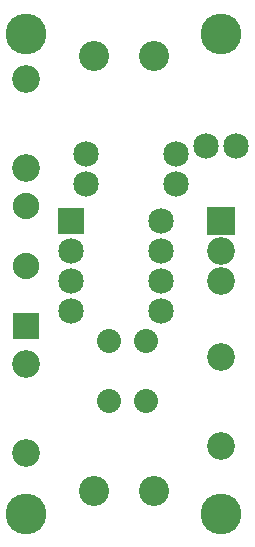
<source format=gbs>
G04 MADE WITH FRITZING*
G04 WWW.FRITZING.ORG*
G04 SINGLE SIDED*
G04 HOLES NOT PLATED*
G04 CONTOUR ON CENTER OF CONTOUR VECTOR*
%ASAXBY*%
%FSLAX23Y23*%
%MOIN*%
%OFA0B0*%
%SFA1.0B1.0*%
%ADD10C,0.085000*%
%ADD11C,0.088000*%
%ADD12C,0.092000*%
%ADD13C,0.080000*%
%ADD14C,0.100551*%
%ADD15C,0.135984*%
%ADD16R,0.088000X0.088000*%
%ADD17R,0.092000X0.092000*%
%ADD18R,0.085000X0.085000*%
%ADD19C,0.030000*%
%ADD20C,0.033622*%
%LNMASK0*%
G90*
G70*
G54D10*
X614Y1309D03*
X314Y1309D03*
G54D11*
X114Y734D03*
X114Y934D03*
X114Y1134D03*
G54D12*
X114Y1559D03*
X114Y1261D03*
X114Y609D03*
X114Y311D03*
X764Y334D03*
X764Y632D03*
X764Y1084D03*
X764Y984D03*
X764Y884D03*
G54D10*
X264Y1084D03*
X564Y1084D03*
X264Y984D03*
X564Y984D03*
X264Y884D03*
X564Y884D03*
X264Y784D03*
X564Y784D03*
G54D13*
X514Y484D03*
X514Y684D03*
X389Y484D03*
X389Y684D03*
G54D10*
X814Y1334D03*
X714Y1334D03*
X314Y1209D03*
X614Y1209D03*
G54D14*
X539Y1634D03*
X339Y1634D03*
X339Y184D03*
X539Y184D03*
G54D15*
X764Y1709D03*
X764Y109D03*
X114Y109D03*
X114Y1709D03*
G54D16*
X114Y734D03*
G54D17*
X764Y1084D03*
G54D18*
X264Y1084D03*
G54D19*
G36*
X145Y1529D02*
X83Y1529D01*
X83Y1591D01*
X145Y1591D01*
X145Y1529D01*
G37*
D02*
G36*
X145Y579D02*
X83Y579D01*
X83Y641D01*
X145Y641D01*
X145Y579D01*
G37*
D02*
G36*
X733Y364D02*
X795Y364D01*
X795Y302D01*
X733Y302D01*
X733Y364D01*
G37*
D02*
G36*
X786Y1307D02*
X786Y1362D01*
X841Y1362D01*
X841Y1307D01*
X786Y1307D01*
G37*
D02*
G54D20*
G36*
X572Y1601D02*
X505Y1601D01*
X505Y1668D01*
X572Y1668D01*
X572Y1601D01*
G37*
D02*
G36*
X305Y218D02*
X372Y218D01*
X372Y151D01*
X305Y151D01*
X305Y218D01*
G37*
D02*
G04 End of Mask0*
M02*
</source>
